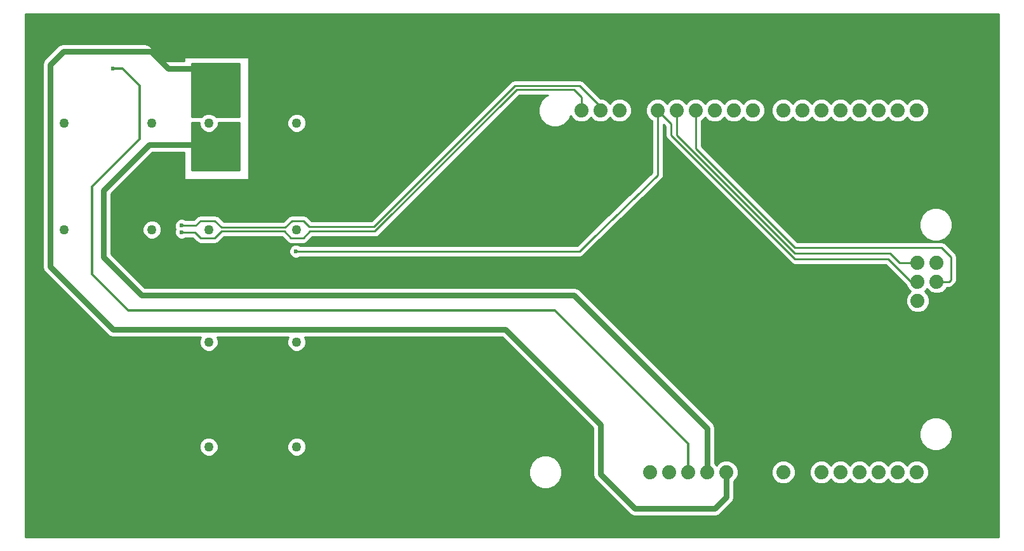
<source format=gbl>
G04 #@! TF.FileFunction,Copper,L2,Bot,Signal*
%FSLAX46Y46*%
G04 Gerber Fmt 4.6, Leading zero omitted, Abs format (unit mm)*
G04 Created by KiCad (PCBNEW 4.0.2+dfsg1-stable) date vie 26 may 2017 18:32:50 CEST*
%MOMM*%
G01*
G04 APERTURE LIST*
%ADD10C,0.100000*%
%ADD11C,0.600000*%
%ADD12C,1.879600*%
%ADD13C,1.270000*%
%ADD14C,0.254000*%
%ADD15C,0.250000*%
%ADD16C,0.800000*%
%ADD17C,0.300000*%
G04 APERTURE END LIST*
D10*
D11*
X116878100Y-63982600D03*
X110909100Y-65506600D03*
X111925100Y-67411600D03*
X114338100Y-65506600D03*
X109258100Y-65506600D03*
X113576100Y-67411600D03*
X115354100Y-63982600D03*
X112306100Y-63728600D03*
X113830100Y-63728600D03*
X115227100Y-67411600D03*
X115862100Y-65506600D03*
X112560100Y-65506600D03*
X107734100Y-63728600D03*
X110782100Y-63728600D03*
X109258100Y-63728600D03*
X120815100Y-61315600D03*
X118783100Y-61315600D03*
X116243100Y-61315600D03*
X116243100Y-59029600D03*
X118783100Y-59029600D03*
X118783100Y-57251600D03*
X116243100Y-57251600D03*
X116243100Y-54203600D03*
X118783100Y-54203600D03*
X121069100Y-48615600D03*
X118783100Y-48615600D03*
X116243100Y-48615600D03*
X118783100Y-51409600D03*
X116243100Y-51409600D03*
D12*
X196761100Y-54203600D03*
X199301100Y-54203600D03*
X201841100Y-54203600D03*
X204381100Y-54203600D03*
X206921100Y-54203600D03*
X209461100Y-54203600D03*
X212001100Y-54203600D03*
X194221100Y-54203600D03*
X174917100Y-54203600D03*
X177457100Y-54203600D03*
X179997100Y-54203600D03*
X182537100Y-54203600D03*
X185077100Y-54203600D03*
X187617100Y-54203600D03*
X190157100Y-54203600D03*
X172377100Y-54203600D03*
X169837100Y-54203600D03*
X167297100Y-54203600D03*
X201841100Y-102463600D03*
X204381100Y-102463600D03*
X206921100Y-102463600D03*
X209461100Y-102463600D03*
X212001100Y-102463600D03*
X199301100Y-102463600D03*
X181521100Y-102463600D03*
X184061100Y-102463600D03*
X186601100Y-102463600D03*
X189141100Y-102463600D03*
X191681100Y-102463600D03*
X194221100Y-102463600D03*
X178981100Y-102463600D03*
X176441100Y-102463600D03*
X214668100Y-79603600D03*
X212128100Y-79603600D03*
X214668100Y-77063600D03*
X212128100Y-77063600D03*
X214668100Y-74523600D03*
X212128100Y-74523600D03*
D13*
X117574000Y-85090000D03*
X129314000Y-85090000D03*
X117574000Y-99060000D03*
X129314000Y-99060000D03*
X98270000Y-70104000D03*
X110010000Y-70104000D03*
X117574000Y-70104000D03*
X129314000Y-70104000D03*
X117574000Y-55880000D03*
X129314000Y-55880000D03*
X98270000Y-55880000D03*
X110010000Y-55880000D03*
D11*
X113957100Y-69570600D03*
X113957100Y-70459600D03*
X129197100Y-72999600D03*
X104813100Y-48615600D03*
D14*
X115862100Y-69570600D02*
X113957100Y-69570600D01*
X130975100Y-69697600D02*
X130213100Y-68935600D01*
X130213100Y-68935600D02*
X128689100Y-68935600D01*
X128689100Y-68935600D02*
X127800100Y-69824600D01*
X127800100Y-69824600D02*
X119291100Y-69824600D01*
X119291100Y-69824600D02*
X118402100Y-68935600D01*
X118402100Y-68935600D02*
X116497100Y-68935600D01*
X116497100Y-68935600D02*
X115862100Y-69570600D01*
X169837100Y-53695600D02*
X167043100Y-50901600D01*
X167043100Y-50901600D02*
X158407100Y-50901600D01*
X158407100Y-50901600D02*
X139611100Y-69697600D01*
X139611100Y-69697600D02*
X130975100Y-69697600D01*
X113957100Y-69570600D02*
X113957100Y-69570600D01*
D15*
X169837100Y-54203600D02*
X169837100Y-53695600D01*
D14*
X119291100Y-70332600D02*
X118402100Y-71221600D01*
X118402100Y-71221600D02*
X118275100Y-71221600D01*
X116497100Y-71221600D02*
X115735100Y-70459600D01*
X131102100Y-70332600D02*
X130213100Y-71221600D01*
X130213100Y-71221600D02*
X128562100Y-71221600D01*
X128562100Y-71221600D02*
X127673100Y-70332600D01*
X127673100Y-70332600D02*
X119291100Y-70332600D01*
X118275100Y-71221600D02*
X116497100Y-71221600D01*
X167297100Y-52425600D02*
X167297100Y-54203600D01*
X158661100Y-51409600D02*
X139738100Y-70332600D01*
X166281100Y-51409600D02*
X158661100Y-51409600D01*
X167297100Y-52425600D02*
X166281100Y-51409600D01*
X139738100Y-70332600D02*
X131102100Y-70332600D01*
X115227100Y-70459600D02*
X115735100Y-70459600D01*
D15*
X115227100Y-70459600D02*
X113957100Y-70459600D01*
X115227100Y-70459600D02*
X113957100Y-70459600D01*
X208191100Y-73253600D02*
X208445100Y-73253600D01*
X195745100Y-73253600D02*
X179997100Y-57505600D01*
X179997100Y-54203600D02*
X179997100Y-57505600D01*
X208191100Y-73253600D02*
X195745100Y-73253600D01*
X209715100Y-74523600D02*
X212128100Y-74523600D01*
X208445100Y-73253600D02*
X209715100Y-74523600D01*
X214668100Y-77063600D02*
X214287100Y-77063600D01*
X214287100Y-77063600D02*
X216319100Y-77063600D01*
X216319100Y-77063600D02*
X216573100Y-76809600D01*
X216573100Y-76809600D02*
X216573100Y-73761600D01*
X216573100Y-73761600D02*
X215303100Y-72491600D01*
X215303100Y-72491600D02*
X195745100Y-72491600D01*
X195745100Y-72491600D02*
X182537100Y-59283600D01*
X182537100Y-59283600D02*
X182537100Y-54203600D01*
D14*
X129197100Y-72999600D02*
X167043100Y-72999600D01*
X167043100Y-72999600D02*
X168821100Y-71221600D01*
X177457100Y-62839600D02*
X168821100Y-71221600D01*
X177457100Y-54203600D02*
X177457100Y-62839600D01*
D15*
X208064100Y-74015600D02*
X208191100Y-74015600D01*
X195745100Y-74015600D02*
X179235100Y-57505600D01*
X179235100Y-57505600D02*
X179235100Y-55981600D01*
X177457100Y-54203600D02*
X179235100Y-55981600D01*
X208064100Y-74015600D02*
X195745100Y-74015600D01*
X208191100Y-74015600D02*
X211239100Y-77063600D01*
X211239100Y-77063600D02*
X212128100Y-77063600D01*
D16*
X109639100Y-58775600D02*
X115989100Y-58775600D01*
X184061100Y-96621600D02*
X166281100Y-78841600D01*
X166281100Y-78841600D02*
X108623100Y-78841600D01*
X108623100Y-78841600D02*
X103543100Y-73761600D01*
X103543100Y-73761600D02*
X103543100Y-64871600D01*
X103543100Y-64871600D02*
X109639100Y-58775600D01*
X184061100Y-102463600D02*
X184061100Y-96621600D01*
X115989100Y-58775600D02*
X116243100Y-59029600D01*
X117259100Y-48615600D02*
X112179100Y-48615600D01*
X186601100Y-105765600D02*
X186601100Y-102463600D01*
X185077100Y-107289600D02*
X186601100Y-105765600D01*
X174409100Y-107289600D02*
X185077100Y-107289600D01*
X169837100Y-102717600D02*
X174409100Y-107289600D01*
X169837100Y-96113600D02*
X169837100Y-102717600D01*
X157137100Y-83413600D02*
X169837100Y-96113600D01*
X104813100Y-83413600D02*
X157137100Y-83413600D01*
X96431100Y-75031600D02*
X104813100Y-83413600D01*
X96431100Y-48107600D02*
X96431100Y-75031600D01*
X98209100Y-46329600D02*
X96431100Y-48107600D01*
X109893100Y-46329600D02*
X98209100Y-46329600D01*
X112179100Y-48615600D02*
X109893100Y-46329600D01*
D17*
X181521100Y-102463600D02*
X181521100Y-98653600D01*
X106083100Y-48615600D02*
X104813100Y-48615600D01*
X108369100Y-50901600D02*
X106083100Y-48615600D01*
X108369100Y-58013600D02*
X108369100Y-50901600D01*
X105575100Y-60807600D02*
X108369100Y-58013600D01*
X105575100Y-60807600D02*
X105575100Y-60807600D01*
X102019100Y-64363600D02*
X105575100Y-60807600D01*
X102019100Y-76047600D02*
X102019100Y-64363600D01*
X106845100Y-80873600D02*
X102019100Y-76047600D01*
X163741100Y-80873600D02*
X106845100Y-80873600D01*
X181521100Y-98653600D02*
X163741100Y-80873600D01*
D14*
G36*
X121704100Y-55092600D02*
X118582460Y-55092600D01*
X118294337Y-54803974D01*
X117827727Y-54610221D01*
X117322490Y-54609780D01*
X116855542Y-54802718D01*
X116565154Y-55092600D01*
X115354100Y-55092600D01*
X115354100Y-47980600D01*
X121704100Y-47980600D01*
X121704100Y-55092600D01*
X121704100Y-55092600D01*
G37*
X121704100Y-55092600D02*
X118582460Y-55092600D01*
X118294337Y-54803974D01*
X117827727Y-54610221D01*
X117322490Y-54609780D01*
X116855542Y-54802718D01*
X116565154Y-55092600D01*
X115354100Y-55092600D01*
X115354100Y-47980600D01*
X121704100Y-47980600D01*
X121704100Y-55092600D01*
G36*
X116303780Y-56131510D02*
X116496718Y-56598458D01*
X116853663Y-56956026D01*
X117320273Y-57149779D01*
X117825510Y-57150220D01*
X118292458Y-56957282D01*
X118650026Y-56600337D01*
X118843779Y-56133727D01*
X118844023Y-55854600D01*
X121704100Y-55854600D01*
X121704100Y-62204600D01*
X115354100Y-62204600D01*
X115354100Y-55854600D01*
X116304022Y-55854600D01*
X116303780Y-56131510D01*
X116303780Y-56131510D01*
G37*
X116303780Y-56131510D02*
X116496718Y-56598458D01*
X116853663Y-56956026D01*
X117320273Y-57149779D01*
X117825510Y-57150220D01*
X118292458Y-56957282D01*
X118650026Y-56600337D01*
X118843779Y-56133727D01*
X118844023Y-55854600D01*
X121704100Y-55854600D01*
X121704100Y-62204600D01*
X115354100Y-62204600D01*
X115354100Y-55854600D01*
X116304022Y-55854600D01*
X116303780Y-56131510D01*
G36*
X222923100Y-111099600D02*
X93129100Y-111099600D01*
X93129100Y-102906219D01*
X160235713Y-102906219D01*
X160575255Y-103727972D01*
X161203421Y-104357236D01*
X162024581Y-104698211D01*
X162913719Y-104698987D01*
X163735472Y-104359445D01*
X164364736Y-103731279D01*
X164705711Y-102910119D01*
X164706487Y-102020981D01*
X164366945Y-101199228D01*
X163738779Y-100569964D01*
X162917619Y-100228989D01*
X162028481Y-100228213D01*
X161206728Y-100567755D01*
X160577464Y-101195921D01*
X160236489Y-102017081D01*
X160235713Y-102906219D01*
X93129100Y-102906219D01*
X93129100Y-99311510D01*
X116303780Y-99311510D01*
X116496718Y-99778458D01*
X116853663Y-100136026D01*
X117320273Y-100329779D01*
X117825510Y-100330220D01*
X118292458Y-100137282D01*
X118650026Y-99780337D01*
X118843779Y-99313727D01*
X118843780Y-99311510D01*
X128043780Y-99311510D01*
X128236718Y-99778458D01*
X128593663Y-100136026D01*
X129060273Y-100329779D01*
X129565510Y-100330220D01*
X130032458Y-100137282D01*
X130390026Y-99780337D01*
X130583779Y-99313727D01*
X130584220Y-98808490D01*
X130391282Y-98341542D01*
X130034337Y-97983974D01*
X129567727Y-97790221D01*
X129062490Y-97789780D01*
X128595542Y-97982718D01*
X128237974Y-98339663D01*
X128044221Y-98806273D01*
X128043780Y-99311510D01*
X118843780Y-99311510D01*
X118844220Y-98808490D01*
X118651282Y-98341542D01*
X118294337Y-97983974D01*
X117827727Y-97790221D01*
X117322490Y-97789780D01*
X116855542Y-97982718D01*
X116497974Y-98339663D01*
X116304221Y-98806273D01*
X116303780Y-99311510D01*
X93129100Y-99311510D01*
X93129100Y-48107600D01*
X95396099Y-48107600D01*
X95396100Y-48107605D01*
X95396100Y-75031595D01*
X95396099Y-75031600D01*
X95474885Y-75427677D01*
X95699244Y-75763456D01*
X104081242Y-84145453D01*
X104081244Y-84145456D01*
X104416796Y-84369663D01*
X104417023Y-84369815D01*
X104813100Y-84448601D01*
X104813105Y-84448600D01*
X116465197Y-84448600D01*
X116304221Y-84836273D01*
X116303780Y-85341510D01*
X116496718Y-85808458D01*
X116853663Y-86166026D01*
X117320273Y-86359779D01*
X117825510Y-86360220D01*
X118292458Y-86167282D01*
X118650026Y-85810337D01*
X118843779Y-85343727D01*
X118844220Y-84838490D01*
X118683122Y-84448600D01*
X128205197Y-84448600D01*
X128044221Y-84836273D01*
X128043780Y-85341510D01*
X128236718Y-85808458D01*
X128593663Y-86166026D01*
X129060273Y-86359779D01*
X129565510Y-86360220D01*
X130032458Y-86167282D01*
X130390026Y-85810337D01*
X130583779Y-85343727D01*
X130584220Y-84838490D01*
X130423122Y-84448600D01*
X156708388Y-84448600D01*
X168802100Y-96542311D01*
X168802100Y-102717595D01*
X168802099Y-102717600D01*
X168880885Y-103113677D01*
X169105244Y-103449456D01*
X173677242Y-108021453D01*
X173677244Y-108021456D01*
X173878529Y-108155949D01*
X174013022Y-108245815D01*
X174409100Y-108324600D01*
X185077095Y-108324600D01*
X185077100Y-108324601D01*
X185473177Y-108245815D01*
X185808956Y-108021456D01*
X187332953Y-106497458D01*
X187332956Y-106497456D01*
X187495226Y-106254600D01*
X187557315Y-106161678D01*
X187636100Y-105765600D01*
X187636100Y-103655567D01*
X187935372Y-103356817D01*
X188175626Y-102778221D01*
X188175628Y-102775473D01*
X192646027Y-102775473D01*
X192885271Y-103354487D01*
X193327883Y-103797872D01*
X193906479Y-104038126D01*
X194532973Y-104038673D01*
X195111987Y-103799429D01*
X195555372Y-103356817D01*
X195795626Y-102778221D01*
X195795628Y-102775473D01*
X197726027Y-102775473D01*
X197965271Y-103354487D01*
X198407883Y-103797872D01*
X198986479Y-104038126D01*
X199612973Y-104038673D01*
X200191987Y-103799429D01*
X200571373Y-103420704D01*
X200947883Y-103797872D01*
X201526479Y-104038126D01*
X202152973Y-104038673D01*
X202731987Y-103799429D01*
X203111373Y-103420704D01*
X203487883Y-103797872D01*
X204066479Y-104038126D01*
X204692973Y-104038673D01*
X205271987Y-103799429D01*
X205651373Y-103420704D01*
X206027883Y-103797872D01*
X206606479Y-104038126D01*
X207232973Y-104038673D01*
X207811987Y-103799429D01*
X208191373Y-103420704D01*
X208567883Y-103797872D01*
X209146479Y-104038126D01*
X209772973Y-104038673D01*
X210351987Y-103799429D01*
X210731373Y-103420704D01*
X211107883Y-103797872D01*
X211686479Y-104038126D01*
X212312973Y-104038673D01*
X212891987Y-103799429D01*
X213335372Y-103356817D01*
X213575626Y-102778221D01*
X213576173Y-102151727D01*
X213336929Y-101572713D01*
X212894317Y-101129328D01*
X212315721Y-100889074D01*
X211689227Y-100888527D01*
X211110213Y-101127771D01*
X210730827Y-101506496D01*
X210354317Y-101129328D01*
X209775721Y-100889074D01*
X209149227Y-100888527D01*
X208570213Y-101127771D01*
X208190827Y-101506496D01*
X207814317Y-101129328D01*
X207235721Y-100889074D01*
X206609227Y-100888527D01*
X206030213Y-101127771D01*
X205650827Y-101506496D01*
X205274317Y-101129328D01*
X204695721Y-100889074D01*
X204069227Y-100888527D01*
X203490213Y-101127771D01*
X203110827Y-101506496D01*
X202734317Y-101129328D01*
X202155721Y-100889074D01*
X201529227Y-100888527D01*
X200950213Y-101127771D01*
X200570827Y-101506496D01*
X200194317Y-101129328D01*
X199615721Y-100889074D01*
X198989227Y-100888527D01*
X198410213Y-101127771D01*
X197966828Y-101570383D01*
X197726574Y-102148979D01*
X197726027Y-102775473D01*
X195795628Y-102775473D01*
X195796173Y-102151727D01*
X195556929Y-101572713D01*
X195114317Y-101129328D01*
X194535721Y-100889074D01*
X193909227Y-100888527D01*
X193330213Y-101127771D01*
X192886828Y-101570383D01*
X192646574Y-102148979D01*
X192646027Y-102775473D01*
X188175628Y-102775473D01*
X188176173Y-102151727D01*
X187936929Y-101572713D01*
X187494317Y-101129328D01*
X186915721Y-100889074D01*
X186289227Y-100888527D01*
X185710213Y-101127771D01*
X185330827Y-101506496D01*
X185096100Y-101271359D01*
X185096100Y-97826219D01*
X212305713Y-97826219D01*
X212645255Y-98647972D01*
X213273421Y-99277236D01*
X214094581Y-99618211D01*
X214983719Y-99618987D01*
X215805472Y-99279445D01*
X216434736Y-98651279D01*
X216775711Y-97830119D01*
X216776487Y-96940981D01*
X216436945Y-96119228D01*
X215808779Y-95489964D01*
X214987619Y-95148989D01*
X214098481Y-95148213D01*
X213276728Y-95487755D01*
X212647464Y-96115921D01*
X212306489Y-96937081D01*
X212305713Y-97826219D01*
X185096100Y-97826219D01*
X185096100Y-96621605D01*
X185096101Y-96621600D01*
X185017315Y-96225523D01*
X184946291Y-96119228D01*
X184792956Y-95889744D01*
X184792953Y-95889742D01*
X167012956Y-78109744D01*
X166677177Y-77885385D01*
X166281100Y-77806599D01*
X166281095Y-77806600D01*
X109051811Y-77806600D01*
X104578100Y-73332888D01*
X104578100Y-73184767D01*
X128261938Y-73184767D01*
X128403983Y-73528543D01*
X128666773Y-73791792D01*
X129010301Y-73934438D01*
X129382267Y-73934762D01*
X129726043Y-73792717D01*
X129757214Y-73761600D01*
X167043100Y-73761600D01*
X167334705Y-73703596D01*
X167581915Y-73538415D01*
X169355928Y-71764403D01*
X177987814Y-63386397D01*
X177991103Y-63381630D01*
X177995915Y-63378415D01*
X178075389Y-63259474D01*
X178156666Y-63141679D01*
X178157880Y-63136018D01*
X178161096Y-63131205D01*
X178189016Y-62990844D01*
X178219014Y-62850972D01*
X178217970Y-62845281D01*
X178219100Y-62839600D01*
X178219100Y-56040402D01*
X178475100Y-56296402D01*
X178475100Y-57505600D01*
X178532952Y-57796439D01*
X178697699Y-58043001D01*
X195207699Y-74553001D01*
X195454261Y-74717748D01*
X195745100Y-74775600D01*
X207876298Y-74775600D01*
X210607144Y-77506446D01*
X210792271Y-77954487D01*
X211170996Y-78333873D01*
X210793828Y-78710383D01*
X210553574Y-79288979D01*
X210553027Y-79915473D01*
X210792271Y-80494487D01*
X211234883Y-80937872D01*
X211813479Y-81178126D01*
X212439973Y-81178673D01*
X213018987Y-80939429D01*
X213462372Y-80496817D01*
X213702626Y-79918221D01*
X213703173Y-79291727D01*
X213463929Y-78712713D01*
X213085204Y-78333327D01*
X213398373Y-78020704D01*
X213774883Y-78397872D01*
X214353479Y-78638126D01*
X214979973Y-78638673D01*
X215558987Y-78399429D01*
X216002372Y-77956817D01*
X216057689Y-77823600D01*
X216319100Y-77823600D01*
X216609939Y-77765748D01*
X216856501Y-77601001D01*
X217110501Y-77347001D01*
X217275248Y-77100440D01*
X217333100Y-76809600D01*
X217333100Y-73761600D01*
X217275248Y-73470761D01*
X217275248Y-73470760D01*
X217110501Y-73224199D01*
X215840501Y-71954199D01*
X215593939Y-71789452D01*
X215303100Y-71731600D01*
X196059902Y-71731600D01*
X194214521Y-69886219D01*
X212305713Y-69886219D01*
X212645255Y-70707972D01*
X213273421Y-71337236D01*
X214094581Y-71678211D01*
X214983719Y-71678987D01*
X215805472Y-71339445D01*
X216434736Y-70711279D01*
X216775711Y-69890119D01*
X216776487Y-69000981D01*
X216436945Y-68179228D01*
X215808779Y-67549964D01*
X214987619Y-67208989D01*
X214098481Y-67208213D01*
X213276728Y-67547755D01*
X212647464Y-68175921D01*
X212306489Y-68997081D01*
X212305713Y-69886219D01*
X194214521Y-69886219D01*
X183297100Y-58968798D01*
X183297100Y-55593510D01*
X183427987Y-55539429D01*
X183807373Y-55160704D01*
X184183883Y-55537872D01*
X184762479Y-55778126D01*
X185388973Y-55778673D01*
X185967987Y-55539429D01*
X186347373Y-55160704D01*
X186723883Y-55537872D01*
X187302479Y-55778126D01*
X187928973Y-55778673D01*
X188507987Y-55539429D01*
X188887373Y-55160704D01*
X189263883Y-55537872D01*
X189842479Y-55778126D01*
X190468973Y-55778673D01*
X191047987Y-55539429D01*
X191491372Y-55096817D01*
X191731626Y-54518221D01*
X191731628Y-54515473D01*
X192646027Y-54515473D01*
X192885271Y-55094487D01*
X193327883Y-55537872D01*
X193906479Y-55778126D01*
X194532973Y-55778673D01*
X195111987Y-55539429D01*
X195491373Y-55160704D01*
X195867883Y-55537872D01*
X196446479Y-55778126D01*
X197072973Y-55778673D01*
X197651987Y-55539429D01*
X198031373Y-55160704D01*
X198407883Y-55537872D01*
X198986479Y-55778126D01*
X199612973Y-55778673D01*
X200191987Y-55539429D01*
X200571373Y-55160704D01*
X200947883Y-55537872D01*
X201526479Y-55778126D01*
X202152973Y-55778673D01*
X202731987Y-55539429D01*
X203111373Y-55160704D01*
X203487883Y-55537872D01*
X204066479Y-55778126D01*
X204692973Y-55778673D01*
X205271987Y-55539429D01*
X205651373Y-55160704D01*
X206027883Y-55537872D01*
X206606479Y-55778126D01*
X207232973Y-55778673D01*
X207811987Y-55539429D01*
X208191373Y-55160704D01*
X208567883Y-55537872D01*
X209146479Y-55778126D01*
X209772973Y-55778673D01*
X210351987Y-55539429D01*
X210731373Y-55160704D01*
X211107883Y-55537872D01*
X211686479Y-55778126D01*
X212312973Y-55778673D01*
X212891987Y-55539429D01*
X213335372Y-55096817D01*
X213575626Y-54518221D01*
X213576173Y-53891727D01*
X213336929Y-53312713D01*
X212894317Y-52869328D01*
X212315721Y-52629074D01*
X211689227Y-52628527D01*
X211110213Y-52867771D01*
X210730827Y-53246496D01*
X210354317Y-52869328D01*
X209775721Y-52629074D01*
X209149227Y-52628527D01*
X208570213Y-52867771D01*
X208190827Y-53246496D01*
X207814317Y-52869328D01*
X207235721Y-52629074D01*
X206609227Y-52628527D01*
X206030213Y-52867771D01*
X205650827Y-53246496D01*
X205274317Y-52869328D01*
X204695721Y-52629074D01*
X204069227Y-52628527D01*
X203490213Y-52867771D01*
X203110827Y-53246496D01*
X202734317Y-52869328D01*
X202155721Y-52629074D01*
X201529227Y-52628527D01*
X200950213Y-52867771D01*
X200570827Y-53246496D01*
X200194317Y-52869328D01*
X199615721Y-52629074D01*
X198989227Y-52628527D01*
X198410213Y-52867771D01*
X198030827Y-53246496D01*
X197654317Y-52869328D01*
X197075721Y-52629074D01*
X196449227Y-52628527D01*
X195870213Y-52867771D01*
X195490827Y-53246496D01*
X195114317Y-52869328D01*
X194535721Y-52629074D01*
X193909227Y-52628527D01*
X193330213Y-52867771D01*
X192886828Y-53310383D01*
X192646574Y-53888979D01*
X192646027Y-54515473D01*
X191731628Y-54515473D01*
X191732173Y-53891727D01*
X191492929Y-53312713D01*
X191050317Y-52869328D01*
X190471721Y-52629074D01*
X189845227Y-52628527D01*
X189266213Y-52867771D01*
X188886827Y-53246496D01*
X188510317Y-52869328D01*
X187931721Y-52629074D01*
X187305227Y-52628527D01*
X186726213Y-52867771D01*
X186346827Y-53246496D01*
X185970317Y-52869328D01*
X185391721Y-52629074D01*
X184765227Y-52628527D01*
X184186213Y-52867771D01*
X183806827Y-53246496D01*
X183430317Y-52869328D01*
X182851721Y-52629074D01*
X182225227Y-52628527D01*
X181646213Y-52867771D01*
X181266827Y-53246496D01*
X180890317Y-52869328D01*
X180311721Y-52629074D01*
X179685227Y-52628527D01*
X179106213Y-52867771D01*
X178726827Y-53246496D01*
X178350317Y-52869328D01*
X177771721Y-52629074D01*
X177145227Y-52628527D01*
X176566213Y-52867771D01*
X176122828Y-53310383D01*
X175882574Y-53888979D01*
X175882027Y-54515473D01*
X176121271Y-55094487D01*
X176563883Y-55537872D01*
X176695100Y-55592358D01*
X176695100Y-62517287D01*
X168290386Y-70674804D01*
X168287100Y-70679567D01*
X168282285Y-70682784D01*
X166727470Y-72237600D01*
X129757566Y-72237600D01*
X129727427Y-72207408D01*
X129383899Y-72064762D01*
X129011933Y-72064438D01*
X128668157Y-72206483D01*
X128404908Y-72469273D01*
X128262262Y-72812801D01*
X128261938Y-73184767D01*
X104578100Y-73184767D01*
X104578100Y-70355510D01*
X108739780Y-70355510D01*
X108932718Y-70822458D01*
X109289663Y-71180026D01*
X109756273Y-71373779D01*
X110261510Y-71374220D01*
X110728458Y-71181282D01*
X111086026Y-70824337D01*
X111279779Y-70357727D01*
X111280220Y-69852490D01*
X111240256Y-69755767D01*
X113021938Y-69755767D01*
X113129180Y-70015314D01*
X113022262Y-70272801D01*
X113021938Y-70644767D01*
X113163983Y-70988543D01*
X113426773Y-71251792D01*
X113770301Y-71394438D01*
X114142267Y-71394762D01*
X114486043Y-71252717D01*
X114519218Y-71219600D01*
X115217045Y-71219600D01*
X115227100Y-71221600D01*
X115419470Y-71221600D01*
X115958285Y-71760416D01*
X116106477Y-71859434D01*
X116205495Y-71925596D01*
X116497100Y-71983600D01*
X118402100Y-71983600D01*
X118693705Y-71925596D01*
X118940915Y-71760415D01*
X119606730Y-71094600D01*
X127357470Y-71094600D01*
X128023285Y-71760415D01*
X128270495Y-71925596D01*
X128562100Y-71983600D01*
X130213100Y-71983600D01*
X130504705Y-71925596D01*
X130751915Y-71760415D01*
X131417730Y-71094600D01*
X139738100Y-71094600D01*
X140029705Y-71036596D01*
X140276915Y-70871415D01*
X158976731Y-52171600D01*
X162806248Y-52171600D01*
X162476728Y-52307755D01*
X161847464Y-52935921D01*
X161506489Y-53757081D01*
X161505713Y-54646219D01*
X161845255Y-55467972D01*
X162473421Y-56097236D01*
X163294581Y-56438211D01*
X164183719Y-56438987D01*
X165005472Y-56099445D01*
X165634736Y-55471279D01*
X165876442Y-54889185D01*
X165961271Y-55094487D01*
X166403883Y-55537872D01*
X166982479Y-55778126D01*
X167608973Y-55778673D01*
X168187987Y-55539429D01*
X168567373Y-55160704D01*
X168943883Y-55537872D01*
X169522479Y-55778126D01*
X170148973Y-55778673D01*
X170727987Y-55539429D01*
X171107373Y-55160704D01*
X171483883Y-55537872D01*
X172062479Y-55778126D01*
X172688973Y-55778673D01*
X173267987Y-55539429D01*
X173711372Y-55096817D01*
X173951626Y-54518221D01*
X173952173Y-53891727D01*
X173712929Y-53312713D01*
X173270317Y-52869328D01*
X172691721Y-52629074D01*
X172065227Y-52628527D01*
X171486213Y-52867771D01*
X171106827Y-53246496D01*
X170730317Y-52869328D01*
X170151721Y-52629074D01*
X169847940Y-52628809D01*
X167581915Y-50362785D01*
X167557574Y-50346521D01*
X167334705Y-50197604D01*
X167043100Y-50139600D01*
X158407100Y-50139600D01*
X158115495Y-50197604D01*
X157868285Y-50362785D01*
X139295470Y-68935600D01*
X131290731Y-68935600D01*
X130751915Y-68396785D01*
X130751914Y-68396784D01*
X130504705Y-68231604D01*
X130213100Y-68173600D01*
X128689100Y-68173600D01*
X128397495Y-68231604D01*
X128150286Y-68396784D01*
X127484470Y-69062600D01*
X119606730Y-69062600D01*
X118940914Y-68396784D01*
X118693705Y-68231604D01*
X118402100Y-68173600D01*
X116497100Y-68173600D01*
X116205495Y-68231604D01*
X116106477Y-68297766D01*
X115958285Y-68396784D01*
X115546470Y-68808600D01*
X114517566Y-68808600D01*
X114487427Y-68778408D01*
X114143899Y-68635762D01*
X113771933Y-68635438D01*
X113428157Y-68777483D01*
X113164908Y-69040273D01*
X113022262Y-69383801D01*
X113021938Y-69755767D01*
X111240256Y-69755767D01*
X111087282Y-69385542D01*
X110730337Y-69027974D01*
X110263727Y-68834221D01*
X109758490Y-68833780D01*
X109291542Y-69026718D01*
X108933974Y-69383663D01*
X108740221Y-69850273D01*
X108739780Y-70355510D01*
X104578100Y-70355510D01*
X104578100Y-65300312D01*
X110067811Y-59810600D01*
X114338100Y-59810600D01*
X114338100Y-63347600D01*
X114348106Y-63397010D01*
X114376547Y-63438635D01*
X114418941Y-63465915D01*
X114465100Y-63474600D01*
X122847100Y-63474600D01*
X122896510Y-63464594D01*
X122938135Y-63436153D01*
X122965415Y-63393759D01*
X122974100Y-63347600D01*
X122974100Y-56131510D01*
X128043780Y-56131510D01*
X128236718Y-56598458D01*
X128593663Y-56956026D01*
X129060273Y-57149779D01*
X129565510Y-57150220D01*
X130032458Y-56957282D01*
X130390026Y-56600337D01*
X130583779Y-56133727D01*
X130584220Y-55628490D01*
X130391282Y-55161542D01*
X130034337Y-54803974D01*
X129567727Y-54610221D01*
X129062490Y-54609780D01*
X128595542Y-54802718D01*
X128237974Y-55159663D01*
X128044221Y-55626273D01*
X128043780Y-56131510D01*
X122974100Y-56131510D01*
X122974100Y-47218600D01*
X122964094Y-47169190D01*
X122935653Y-47127565D01*
X122893259Y-47100285D01*
X122847100Y-47091600D01*
X114465100Y-47091600D01*
X114415690Y-47101606D01*
X114374065Y-47130047D01*
X114346785Y-47172441D01*
X114338100Y-47218600D01*
X114338100Y-47580600D01*
X111718811Y-47580600D01*
X109735956Y-45597744D01*
X109400177Y-45373385D01*
X109004100Y-45294599D01*
X109004095Y-45294600D01*
X98209105Y-45294600D01*
X98209100Y-45294599D01*
X97813023Y-45373385D01*
X97477244Y-45597744D01*
X97477242Y-45597747D01*
X95699244Y-47375744D01*
X95474885Y-47711523D01*
X95396099Y-48107600D01*
X93129100Y-48107600D01*
X93129100Y-41376600D01*
X222923100Y-41376600D01*
X222923100Y-111099600D01*
X222923100Y-111099600D01*
G37*
X222923100Y-111099600D02*
X93129100Y-111099600D01*
X93129100Y-102906219D01*
X160235713Y-102906219D01*
X160575255Y-103727972D01*
X161203421Y-104357236D01*
X162024581Y-104698211D01*
X162913719Y-104698987D01*
X163735472Y-104359445D01*
X164364736Y-103731279D01*
X164705711Y-102910119D01*
X164706487Y-102020981D01*
X164366945Y-101199228D01*
X163738779Y-100569964D01*
X162917619Y-100228989D01*
X162028481Y-100228213D01*
X161206728Y-100567755D01*
X160577464Y-101195921D01*
X160236489Y-102017081D01*
X160235713Y-102906219D01*
X93129100Y-102906219D01*
X93129100Y-99311510D01*
X116303780Y-99311510D01*
X116496718Y-99778458D01*
X116853663Y-100136026D01*
X117320273Y-100329779D01*
X117825510Y-100330220D01*
X118292458Y-100137282D01*
X118650026Y-99780337D01*
X118843779Y-99313727D01*
X118843780Y-99311510D01*
X128043780Y-99311510D01*
X128236718Y-99778458D01*
X128593663Y-100136026D01*
X129060273Y-100329779D01*
X129565510Y-100330220D01*
X130032458Y-100137282D01*
X130390026Y-99780337D01*
X130583779Y-99313727D01*
X130584220Y-98808490D01*
X130391282Y-98341542D01*
X130034337Y-97983974D01*
X129567727Y-97790221D01*
X129062490Y-97789780D01*
X128595542Y-97982718D01*
X128237974Y-98339663D01*
X128044221Y-98806273D01*
X128043780Y-99311510D01*
X118843780Y-99311510D01*
X118844220Y-98808490D01*
X118651282Y-98341542D01*
X118294337Y-97983974D01*
X117827727Y-97790221D01*
X117322490Y-97789780D01*
X116855542Y-97982718D01*
X116497974Y-98339663D01*
X116304221Y-98806273D01*
X116303780Y-99311510D01*
X93129100Y-99311510D01*
X93129100Y-48107600D01*
X95396099Y-48107600D01*
X95396100Y-48107605D01*
X95396100Y-75031595D01*
X95396099Y-75031600D01*
X95474885Y-75427677D01*
X95699244Y-75763456D01*
X104081242Y-84145453D01*
X104081244Y-84145456D01*
X104416796Y-84369663D01*
X104417023Y-84369815D01*
X104813100Y-84448601D01*
X104813105Y-84448600D01*
X116465197Y-84448600D01*
X116304221Y-84836273D01*
X116303780Y-85341510D01*
X116496718Y-85808458D01*
X116853663Y-86166026D01*
X117320273Y-86359779D01*
X117825510Y-86360220D01*
X118292458Y-86167282D01*
X118650026Y-85810337D01*
X118843779Y-85343727D01*
X118844220Y-84838490D01*
X118683122Y-84448600D01*
X128205197Y-84448600D01*
X128044221Y-84836273D01*
X128043780Y-85341510D01*
X128236718Y-85808458D01*
X128593663Y-86166026D01*
X129060273Y-86359779D01*
X129565510Y-86360220D01*
X130032458Y-86167282D01*
X130390026Y-85810337D01*
X130583779Y-85343727D01*
X130584220Y-84838490D01*
X130423122Y-84448600D01*
X156708388Y-84448600D01*
X168802100Y-96542311D01*
X168802100Y-102717595D01*
X168802099Y-102717600D01*
X168880885Y-103113677D01*
X169105244Y-103449456D01*
X173677242Y-108021453D01*
X173677244Y-108021456D01*
X173878529Y-108155949D01*
X174013022Y-108245815D01*
X174409100Y-108324600D01*
X185077095Y-108324600D01*
X185077100Y-108324601D01*
X185473177Y-108245815D01*
X185808956Y-108021456D01*
X187332953Y-106497458D01*
X187332956Y-106497456D01*
X187495226Y-106254600D01*
X187557315Y-106161678D01*
X187636100Y-105765600D01*
X187636100Y-103655567D01*
X187935372Y-103356817D01*
X188175626Y-102778221D01*
X188175628Y-102775473D01*
X192646027Y-102775473D01*
X192885271Y-103354487D01*
X193327883Y-103797872D01*
X193906479Y-104038126D01*
X194532973Y-104038673D01*
X195111987Y-103799429D01*
X195555372Y-103356817D01*
X195795626Y-102778221D01*
X195795628Y-102775473D01*
X197726027Y-102775473D01*
X197965271Y-103354487D01*
X198407883Y-103797872D01*
X198986479Y-104038126D01*
X199612973Y-104038673D01*
X200191987Y-103799429D01*
X200571373Y-103420704D01*
X200947883Y-103797872D01*
X201526479Y-104038126D01*
X202152973Y-104038673D01*
X202731987Y-103799429D01*
X203111373Y-103420704D01*
X203487883Y-103797872D01*
X204066479Y-104038126D01*
X204692973Y-104038673D01*
X205271987Y-103799429D01*
X205651373Y-103420704D01*
X206027883Y-103797872D01*
X206606479Y-104038126D01*
X207232973Y-104038673D01*
X207811987Y-103799429D01*
X208191373Y-103420704D01*
X208567883Y-103797872D01*
X209146479Y-104038126D01*
X209772973Y-104038673D01*
X210351987Y-103799429D01*
X210731373Y-103420704D01*
X211107883Y-103797872D01*
X211686479Y-104038126D01*
X212312973Y-104038673D01*
X212891987Y-103799429D01*
X213335372Y-103356817D01*
X213575626Y-102778221D01*
X213576173Y-102151727D01*
X213336929Y-101572713D01*
X212894317Y-101129328D01*
X212315721Y-100889074D01*
X211689227Y-100888527D01*
X211110213Y-101127771D01*
X210730827Y-101506496D01*
X210354317Y-101129328D01*
X209775721Y-100889074D01*
X209149227Y-100888527D01*
X208570213Y-101127771D01*
X208190827Y-101506496D01*
X207814317Y-101129328D01*
X207235721Y-100889074D01*
X206609227Y-100888527D01*
X206030213Y-101127771D01*
X205650827Y-101506496D01*
X205274317Y-101129328D01*
X204695721Y-100889074D01*
X204069227Y-100888527D01*
X203490213Y-101127771D01*
X203110827Y-101506496D01*
X202734317Y-101129328D01*
X202155721Y-100889074D01*
X201529227Y-100888527D01*
X200950213Y-101127771D01*
X200570827Y-101506496D01*
X200194317Y-101129328D01*
X199615721Y-100889074D01*
X198989227Y-100888527D01*
X198410213Y-101127771D01*
X197966828Y-101570383D01*
X197726574Y-102148979D01*
X197726027Y-102775473D01*
X195795628Y-102775473D01*
X195796173Y-102151727D01*
X195556929Y-101572713D01*
X195114317Y-101129328D01*
X194535721Y-100889074D01*
X193909227Y-100888527D01*
X193330213Y-101127771D01*
X192886828Y-101570383D01*
X192646574Y-102148979D01*
X192646027Y-102775473D01*
X188175628Y-102775473D01*
X188176173Y-102151727D01*
X187936929Y-101572713D01*
X187494317Y-101129328D01*
X186915721Y-100889074D01*
X186289227Y-100888527D01*
X185710213Y-101127771D01*
X185330827Y-101506496D01*
X185096100Y-101271359D01*
X185096100Y-97826219D01*
X212305713Y-97826219D01*
X212645255Y-98647972D01*
X213273421Y-99277236D01*
X214094581Y-99618211D01*
X214983719Y-99618987D01*
X215805472Y-99279445D01*
X216434736Y-98651279D01*
X216775711Y-97830119D01*
X216776487Y-96940981D01*
X216436945Y-96119228D01*
X215808779Y-95489964D01*
X214987619Y-95148989D01*
X214098481Y-95148213D01*
X213276728Y-95487755D01*
X212647464Y-96115921D01*
X212306489Y-96937081D01*
X212305713Y-97826219D01*
X185096100Y-97826219D01*
X185096100Y-96621605D01*
X185096101Y-96621600D01*
X185017315Y-96225523D01*
X184946291Y-96119228D01*
X184792956Y-95889744D01*
X184792953Y-95889742D01*
X167012956Y-78109744D01*
X166677177Y-77885385D01*
X166281100Y-77806599D01*
X166281095Y-77806600D01*
X109051811Y-77806600D01*
X104578100Y-73332888D01*
X104578100Y-73184767D01*
X128261938Y-73184767D01*
X128403983Y-73528543D01*
X128666773Y-73791792D01*
X129010301Y-73934438D01*
X129382267Y-73934762D01*
X129726043Y-73792717D01*
X129757214Y-73761600D01*
X167043100Y-73761600D01*
X167334705Y-73703596D01*
X167581915Y-73538415D01*
X169355928Y-71764403D01*
X177987814Y-63386397D01*
X177991103Y-63381630D01*
X177995915Y-63378415D01*
X178075389Y-63259474D01*
X178156666Y-63141679D01*
X178157880Y-63136018D01*
X178161096Y-63131205D01*
X178189016Y-62990844D01*
X178219014Y-62850972D01*
X178217970Y-62845281D01*
X178219100Y-62839600D01*
X178219100Y-56040402D01*
X178475100Y-56296402D01*
X178475100Y-57505600D01*
X178532952Y-57796439D01*
X178697699Y-58043001D01*
X195207699Y-74553001D01*
X195454261Y-74717748D01*
X195745100Y-74775600D01*
X207876298Y-74775600D01*
X210607144Y-77506446D01*
X210792271Y-77954487D01*
X211170996Y-78333873D01*
X210793828Y-78710383D01*
X210553574Y-79288979D01*
X210553027Y-79915473D01*
X210792271Y-80494487D01*
X211234883Y-80937872D01*
X211813479Y-81178126D01*
X212439973Y-81178673D01*
X213018987Y-80939429D01*
X213462372Y-80496817D01*
X213702626Y-79918221D01*
X213703173Y-79291727D01*
X213463929Y-78712713D01*
X213085204Y-78333327D01*
X213398373Y-78020704D01*
X213774883Y-78397872D01*
X214353479Y-78638126D01*
X214979973Y-78638673D01*
X215558987Y-78399429D01*
X216002372Y-77956817D01*
X216057689Y-77823600D01*
X216319100Y-77823600D01*
X216609939Y-77765748D01*
X216856501Y-77601001D01*
X217110501Y-77347001D01*
X217275248Y-77100440D01*
X217333100Y-76809600D01*
X217333100Y-73761600D01*
X217275248Y-73470761D01*
X217275248Y-73470760D01*
X217110501Y-73224199D01*
X215840501Y-71954199D01*
X215593939Y-71789452D01*
X215303100Y-71731600D01*
X196059902Y-71731600D01*
X194214521Y-69886219D01*
X212305713Y-69886219D01*
X212645255Y-70707972D01*
X213273421Y-71337236D01*
X214094581Y-71678211D01*
X214983719Y-71678987D01*
X215805472Y-71339445D01*
X216434736Y-70711279D01*
X216775711Y-69890119D01*
X216776487Y-69000981D01*
X216436945Y-68179228D01*
X215808779Y-67549964D01*
X214987619Y-67208989D01*
X214098481Y-67208213D01*
X213276728Y-67547755D01*
X212647464Y-68175921D01*
X212306489Y-68997081D01*
X212305713Y-69886219D01*
X194214521Y-69886219D01*
X183297100Y-58968798D01*
X183297100Y-55593510D01*
X183427987Y-55539429D01*
X183807373Y-55160704D01*
X184183883Y-55537872D01*
X184762479Y-55778126D01*
X185388973Y-55778673D01*
X185967987Y-55539429D01*
X186347373Y-55160704D01*
X186723883Y-55537872D01*
X187302479Y-55778126D01*
X187928973Y-55778673D01*
X188507987Y-55539429D01*
X188887373Y-55160704D01*
X189263883Y-55537872D01*
X189842479Y-55778126D01*
X190468973Y-55778673D01*
X191047987Y-55539429D01*
X191491372Y-55096817D01*
X191731626Y-54518221D01*
X191731628Y-54515473D01*
X192646027Y-54515473D01*
X192885271Y-55094487D01*
X193327883Y-55537872D01*
X193906479Y-55778126D01*
X194532973Y-55778673D01*
X195111987Y-55539429D01*
X195491373Y-55160704D01*
X195867883Y-55537872D01*
X196446479Y-55778126D01*
X197072973Y-55778673D01*
X197651987Y-55539429D01*
X198031373Y-55160704D01*
X198407883Y-55537872D01*
X198986479Y-55778126D01*
X199612973Y-55778673D01*
X200191987Y-55539429D01*
X200571373Y-55160704D01*
X200947883Y-55537872D01*
X201526479Y-55778126D01*
X202152973Y-55778673D01*
X202731987Y-55539429D01*
X203111373Y-55160704D01*
X203487883Y-55537872D01*
X204066479Y-55778126D01*
X204692973Y-55778673D01*
X205271987Y-55539429D01*
X205651373Y-55160704D01*
X206027883Y-55537872D01*
X206606479Y-55778126D01*
X207232973Y-55778673D01*
X207811987Y-55539429D01*
X208191373Y-55160704D01*
X208567883Y-55537872D01*
X209146479Y-55778126D01*
X209772973Y-55778673D01*
X210351987Y-55539429D01*
X210731373Y-55160704D01*
X211107883Y-55537872D01*
X211686479Y-55778126D01*
X212312973Y-55778673D01*
X212891987Y-55539429D01*
X213335372Y-55096817D01*
X213575626Y-54518221D01*
X213576173Y-53891727D01*
X213336929Y-53312713D01*
X212894317Y-52869328D01*
X212315721Y-52629074D01*
X211689227Y-52628527D01*
X211110213Y-52867771D01*
X210730827Y-53246496D01*
X210354317Y-52869328D01*
X209775721Y-52629074D01*
X209149227Y-52628527D01*
X208570213Y-52867771D01*
X208190827Y-53246496D01*
X207814317Y-52869328D01*
X207235721Y-52629074D01*
X206609227Y-52628527D01*
X206030213Y-52867771D01*
X205650827Y-53246496D01*
X205274317Y-52869328D01*
X204695721Y-52629074D01*
X204069227Y-52628527D01*
X203490213Y-52867771D01*
X203110827Y-53246496D01*
X202734317Y-52869328D01*
X202155721Y-52629074D01*
X201529227Y-52628527D01*
X200950213Y-52867771D01*
X200570827Y-53246496D01*
X200194317Y-52869328D01*
X199615721Y-52629074D01*
X198989227Y-52628527D01*
X198410213Y-52867771D01*
X198030827Y-53246496D01*
X197654317Y-52869328D01*
X197075721Y-52629074D01*
X196449227Y-52628527D01*
X195870213Y-52867771D01*
X195490827Y-53246496D01*
X195114317Y-52869328D01*
X194535721Y-52629074D01*
X193909227Y-52628527D01*
X193330213Y-52867771D01*
X192886828Y-53310383D01*
X192646574Y-53888979D01*
X192646027Y-54515473D01*
X191731628Y-54515473D01*
X191732173Y-53891727D01*
X191492929Y-53312713D01*
X191050317Y-52869328D01*
X190471721Y-52629074D01*
X189845227Y-52628527D01*
X189266213Y-52867771D01*
X188886827Y-53246496D01*
X188510317Y-52869328D01*
X187931721Y-52629074D01*
X187305227Y-52628527D01*
X186726213Y-52867771D01*
X186346827Y-53246496D01*
X185970317Y-52869328D01*
X185391721Y-52629074D01*
X184765227Y-52628527D01*
X184186213Y-52867771D01*
X183806827Y-53246496D01*
X183430317Y-52869328D01*
X182851721Y-52629074D01*
X182225227Y-52628527D01*
X181646213Y-52867771D01*
X181266827Y-53246496D01*
X180890317Y-52869328D01*
X180311721Y-52629074D01*
X179685227Y-52628527D01*
X179106213Y-52867771D01*
X178726827Y-53246496D01*
X178350317Y-52869328D01*
X177771721Y-52629074D01*
X177145227Y-52628527D01*
X176566213Y-52867771D01*
X176122828Y-53310383D01*
X175882574Y-53888979D01*
X175882027Y-54515473D01*
X176121271Y-55094487D01*
X176563883Y-55537872D01*
X176695100Y-55592358D01*
X176695100Y-62517287D01*
X168290386Y-70674804D01*
X168287100Y-70679567D01*
X168282285Y-70682784D01*
X166727470Y-72237600D01*
X129757566Y-72237600D01*
X129727427Y-72207408D01*
X129383899Y-72064762D01*
X129011933Y-72064438D01*
X128668157Y-72206483D01*
X128404908Y-72469273D01*
X128262262Y-72812801D01*
X128261938Y-73184767D01*
X104578100Y-73184767D01*
X104578100Y-70355510D01*
X108739780Y-70355510D01*
X108932718Y-70822458D01*
X109289663Y-71180026D01*
X109756273Y-71373779D01*
X110261510Y-71374220D01*
X110728458Y-71181282D01*
X111086026Y-70824337D01*
X111279779Y-70357727D01*
X111280220Y-69852490D01*
X111240256Y-69755767D01*
X113021938Y-69755767D01*
X113129180Y-70015314D01*
X113022262Y-70272801D01*
X113021938Y-70644767D01*
X113163983Y-70988543D01*
X113426773Y-71251792D01*
X113770301Y-71394438D01*
X114142267Y-71394762D01*
X114486043Y-71252717D01*
X114519218Y-71219600D01*
X115217045Y-71219600D01*
X115227100Y-71221600D01*
X115419470Y-71221600D01*
X115958285Y-71760416D01*
X116106477Y-71859434D01*
X116205495Y-71925596D01*
X116497100Y-71983600D01*
X118402100Y-71983600D01*
X118693705Y-71925596D01*
X118940915Y-71760415D01*
X119606730Y-71094600D01*
X127357470Y-71094600D01*
X128023285Y-71760415D01*
X128270495Y-71925596D01*
X128562100Y-71983600D01*
X130213100Y-71983600D01*
X130504705Y-71925596D01*
X130751915Y-71760415D01*
X131417730Y-71094600D01*
X139738100Y-71094600D01*
X140029705Y-71036596D01*
X140276915Y-70871415D01*
X158976731Y-52171600D01*
X162806248Y-52171600D01*
X162476728Y-52307755D01*
X161847464Y-52935921D01*
X161506489Y-53757081D01*
X161505713Y-54646219D01*
X161845255Y-55467972D01*
X162473421Y-56097236D01*
X163294581Y-56438211D01*
X164183719Y-56438987D01*
X165005472Y-56099445D01*
X165634736Y-55471279D01*
X165876442Y-54889185D01*
X165961271Y-55094487D01*
X166403883Y-55537872D01*
X166982479Y-55778126D01*
X167608973Y-55778673D01*
X168187987Y-55539429D01*
X168567373Y-55160704D01*
X168943883Y-55537872D01*
X169522479Y-55778126D01*
X170148973Y-55778673D01*
X170727987Y-55539429D01*
X171107373Y-55160704D01*
X171483883Y-55537872D01*
X172062479Y-55778126D01*
X172688973Y-55778673D01*
X173267987Y-55539429D01*
X173711372Y-55096817D01*
X173951626Y-54518221D01*
X173952173Y-53891727D01*
X173712929Y-53312713D01*
X173270317Y-52869328D01*
X172691721Y-52629074D01*
X172065227Y-52628527D01*
X171486213Y-52867771D01*
X171106827Y-53246496D01*
X170730317Y-52869328D01*
X170151721Y-52629074D01*
X169847940Y-52628809D01*
X167581915Y-50362785D01*
X167557574Y-50346521D01*
X167334705Y-50197604D01*
X167043100Y-50139600D01*
X158407100Y-50139600D01*
X158115495Y-50197604D01*
X157868285Y-50362785D01*
X139295470Y-68935600D01*
X131290731Y-68935600D01*
X130751915Y-68396785D01*
X130751914Y-68396784D01*
X130504705Y-68231604D01*
X130213100Y-68173600D01*
X128689100Y-68173600D01*
X128397495Y-68231604D01*
X128150286Y-68396784D01*
X127484470Y-69062600D01*
X119606730Y-69062600D01*
X118940914Y-68396784D01*
X118693705Y-68231604D01*
X118402100Y-68173600D01*
X116497100Y-68173600D01*
X116205495Y-68231604D01*
X116106477Y-68297766D01*
X115958285Y-68396784D01*
X115546470Y-68808600D01*
X114517566Y-68808600D01*
X114487427Y-68778408D01*
X114143899Y-68635762D01*
X113771933Y-68635438D01*
X113428157Y-68777483D01*
X113164908Y-69040273D01*
X113022262Y-69383801D01*
X113021938Y-69755767D01*
X111240256Y-69755767D01*
X111087282Y-69385542D01*
X110730337Y-69027974D01*
X110263727Y-68834221D01*
X109758490Y-68833780D01*
X109291542Y-69026718D01*
X108933974Y-69383663D01*
X108740221Y-69850273D01*
X108739780Y-70355510D01*
X104578100Y-70355510D01*
X104578100Y-65300312D01*
X110067811Y-59810600D01*
X114338100Y-59810600D01*
X114338100Y-63347600D01*
X114348106Y-63397010D01*
X114376547Y-63438635D01*
X114418941Y-63465915D01*
X114465100Y-63474600D01*
X122847100Y-63474600D01*
X122896510Y-63464594D01*
X122938135Y-63436153D01*
X122965415Y-63393759D01*
X122974100Y-63347600D01*
X122974100Y-56131510D01*
X128043780Y-56131510D01*
X128236718Y-56598458D01*
X128593663Y-56956026D01*
X129060273Y-57149779D01*
X129565510Y-57150220D01*
X130032458Y-56957282D01*
X130390026Y-56600337D01*
X130583779Y-56133727D01*
X130584220Y-55628490D01*
X130391282Y-55161542D01*
X130034337Y-54803974D01*
X129567727Y-54610221D01*
X129062490Y-54609780D01*
X128595542Y-54802718D01*
X128237974Y-55159663D01*
X128044221Y-55626273D01*
X128043780Y-56131510D01*
X122974100Y-56131510D01*
X122974100Y-47218600D01*
X122964094Y-47169190D01*
X122935653Y-47127565D01*
X122893259Y-47100285D01*
X122847100Y-47091600D01*
X114465100Y-47091600D01*
X114415690Y-47101606D01*
X114374065Y-47130047D01*
X114346785Y-47172441D01*
X114338100Y-47218600D01*
X114338100Y-47580600D01*
X111718811Y-47580600D01*
X109735956Y-45597744D01*
X109400177Y-45373385D01*
X109004100Y-45294599D01*
X109004095Y-45294600D01*
X98209105Y-45294600D01*
X98209100Y-45294599D01*
X97813023Y-45373385D01*
X97477244Y-45597744D01*
X97477242Y-45597747D01*
X95699244Y-47375744D01*
X95474885Y-47711523D01*
X95396099Y-48107600D01*
X93129100Y-48107600D01*
X93129100Y-41376600D01*
X222923100Y-41376600D01*
X222923100Y-111099600D01*
M02*

</source>
